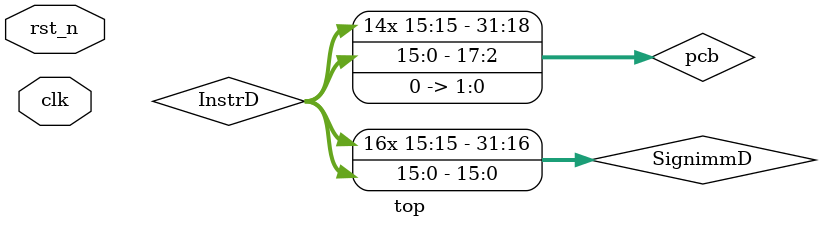
<source format=v>
module top(clk,rst_n);
input clk;
input rst_n;
wire  [31:0]Instr;
wire  [31:0]InstrD;
wire  [4:0]WriteRegW;
wire  [31:0]SignimmD;
wire  [2:0]ALUControlD;
wire  [2:0]ALUControlE;
wire  [31:0]pcb;
wire  [31:0]PCBranchD;
wire  [31:0]PC;
wire  [31:0]PC1;
wire  [31:0]PCPlus4F;
wire  [31:0]PCPlus4D;
wire  [31:0]SrcAE;
wire  [31:0]SrcBE;
wire  [31:0]ALUOutW;
wire  [31:0]ALUOutE;
wire  [31:0]ALUOutM;
wire  [31:0]RD1;
wire  [31:0]RD1E;
wire  [31:0]RD2;
wire  [31:0]RD2E;
wire  [31:0]ReadDataM;
wire  [31:0]ReadDataW;
wire  [31:0]ResultW;
wire  [4:0]RsE;
wire  [4:0]RdE;
wire  [4:0]RtE;
wire  [4:0]WriteRegE;
wire  [4:0]WriteRegM;
wire  [31:0]WriteDataE;
wire  [31:0]SignimmE; 
wire  [31:0]WriteDataM;
wire  [1:0]ForwardAE;
wire  [1:0]ForwardBE;
pclatch   pclatch_inst(
          .clk(clk),
			 .din(PC1),
			 .dout(PC),
			 .EN(StallF));
			 
PCadder   PCadder_inst(
          .A(PC),
			 .Y(PCPlus4F));
			 
IM        IM_inst(
          .pc(PC),
			 .clk(clk),
			 .RD_code(Instr));

encoder   encoder_inst(
          .op(InstrD[31:26]),
			 .funct(InstrD[5:0]),
          .RegWrite(RegWriteD),
			 .RegDst(RegDstD),
			 .AluSrc(AluSrcD),
			 .Branch(BranchD),
			 .MemWrite(MemWriteD),
			 .MemtoReg(MemtoRegD),
			 .ALUControl(ALUControlD));
			 
memory    memory_inst(
          .clk(clk),
			 .WE_Reg(RegWriteW),
			 .WD_Reg(ResultW),
			 .A1(InstrD[25:21]),
			 .A2(InstrD[20:16]),
			 .A3(WriteRegW),
			 .RD1(RD1),
			 .RD2(RD2));

Latch_A	 Latch_A_inst(
          .CLR(PCSrc),
          .clk(clk),
          .RD(Instr),
          .PCPlus4F(PCPlus4F),
          .EN(StallD),
          .InstrD(InstrD),
          .PCPlus4D(PCPlus4D));
			 
Latch_D   Latch_D_inst(
          .RegWriteD(RegWriteD),
			 .RegDstD(RegDstD),
			 .AluSrcD(AluSrcD),
			 .MemWriteD(MemWriteD),
			 .MemtoRegD(MemtoRegD),
			 .ALUControlD(ALUControlD),
			 .RD1(RD1),
			 .RD2(RD2),
			 .RsD(InstrD[25:21]),
			 .RtD(InstrD[20:16]),
			 .RdD(InstrD[15:11]),
			 .SignimmD(SignimmD),
			 .CLR(FlushE),
			 .clk(clk),
			 .RegWriteE(RegWriteE),
			 .RegDstE(RegDstE),
			 .AluSrcE(AluSrcE),
			 .MemWriteE(MemWriteE),
			 .MemtoRegE(MemtoRegE),
			 .RD1E(RD1E),
			 .RD2E(RD2E),
			 .SignimmE(SignimmE),
			 .RtE(RtE),
			 .RdE(RdE),
			 .RsE(RsE),
			 .ALUControlE(ALUControlE));
			 
Latch_E   Latch_E_inst(
          .clk(clk),
          .RegWriteE(RegWriteE),
          .MemtoRegE(MemtoRegE),
          .MemWriteE(MemWriteE),
          .ZeroE(ZeroE),
          .ALUOutE(ALUOutE),
          .WriteDataE(WriteDataE),
          .WriteRegE(WriteRegE),
          .RegWriteM(RegWriteM),
          .MemtoRegM(MemtoRegM),
          .MemWriteM(MemWriteM),
          .ZeroM(ZeroM),
			 .ALUOutM(ALUOutM),
			 .WriteDataM(WriteDataM),
			 .WriteRegM(WriteRegM));			 
			
Latch_M   Latch_M_inst(
          .clk(clk),
          .RegWriteM(RegWriteM),
          .MemtoRegM(MemtoRegM),
			 .WriteRegM(WriteRegM),
		    .ALUOutM(ALUOutM),
		    .RDM(ReadDataM),
          .RegWriteW(RegWriteW),
	   	 .MemtoRegW(MemtoRegW),
			 .WriteRegW(WriteRegW),
			 .ALUOutW(ALUOutW),
		    .ReadDataW(ReadDataW));		
 
immadder  immadder_inst(
          .A(pcb),
			 .B(PCPlus4D),
			 .Y(PCBranchD));
			 
alu       alu_inst(
          .A(SrcAE),
          .B(SrcBE),
			 .Y(ALUOutE),
			 .F(ALUControlE),
			 .zero(ZeroE));

DM        DM_inst(
          .clk(clk),
          .WE_Data(MemWriteM),
			 .WD_Data(RD2),
			 .A_Data(ALUOutM),
			 .RD_Data(ReadDataM));

Hazard    Hazard_inst(
          .RsE(RsE),
			 .RtE(RtE),
		    .RsD(InstrD[25:21]),
			 .RtD(InstrD[20:16]),
			 .WriteRegE(WriteRegE),
			 .WriteRegM(WriteRegM),
			 .WriteRegW(WriteRegW),
          .RegWriteM(RegWriteM),
          .RegWriteW(RegWriteW),
          .MemtoRegE(MemtoRegE),
          .BranchD(BranchD),
          .RegWriteE(RegWriteE),
          .MemtoRegM(MemtoRegM),
          .WriteDataM(WriteDataM),
			 .ForwardAE(ForwardAE),
			 .ForwardBE(ForwardBE),
          .StallF(StallF),
          .StallD(StallD),
          .FlushE(FlushE),
          .ForwardAD(ForwardAD),
          .ForwardBD(ForwardBD));
			 
switch4to1  switch4to1_A(
			 .in1(RD1E),
			 .in2(ResultW),
			 .in3(ALUOutM),
			 .in4(ReadDataM),
			 .sel(ForwardAE),  
			 .out(SrcAE));

switch4to1  switch4to1_B(
			 .in1(RD2E),
			 .in2(ResultW),
			 .in3(ALUOutM),
			 .in4(ReadDataM),
			 .sel(ForwardBE),  
			 .out(WriteDataE));			
			 
assign    WriteRegE=RegDstE?RdE:RtE;
assign    SignimmD={{16{InstrD[15]}},{InstrD[15:0]}};
assign    pcb=SignimmD<<2;
assign    SrcBE=AluSrcE?SignimmE:WriteDataE;  
assign    ResultW=MemtoRegW?ReadDataW:ALUOutW;
assign    PC1=PCSrc?PCBranchD:PCPlus4F;
assign    Equalin1=ForwardAD?ALUOutM:RD1;
assign    Equalin2=ForwardBD?ALUOutM:RD2;
assign    PCSrc=BranchD&(Equalin1!=Equalin2);
endmodule
</source>
